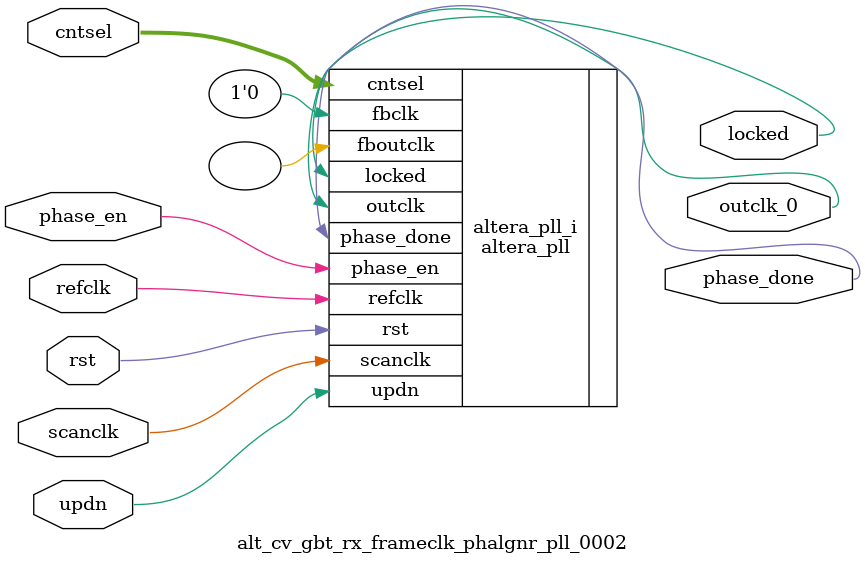
<source format=v>
`timescale 1ns/10ps
module  alt_cv_gbt_rx_frameclk_phalgnr_pll_0002(

	// interface 'refclk'
	input wire refclk,

	// interface 'reset'
	input wire rst,

	// interface 'outclk0'
	output wire outclk_0,

	// interface 'locked'
	output wire locked,

	// interface 'phase_en'
	input wire phase_en,

	// interface 'scanclk'
	input wire scanclk,

	// interface 'updn'
	input wire updn,

	// interface 'cntsel'
	input wire [4:0] cntsel,

	// interface 'phase_done'
	output wire phase_done
);

	altera_pll #(
		.fractional_vco_multiplier("false"),
		.reference_clock_frequency("120.0 MHz"),
		.pll_fractional_cout(32),
		.pll_dsm_out_sel("1st_order"),
		.operation_mode("normal"),
		.number_of_clocks(1),
		.output_clock_frequency0("40.000000 MHz"),
		.phase_shift0("0 ps"),
		.duty_cycle0(50),
		.output_clock_frequency1("0 MHz"),
		.phase_shift1("0 ps"),
		.duty_cycle1(50),
		.output_clock_frequency2("0 MHz"),
		.phase_shift2("0 ps"),
		.duty_cycle2(50),
		.output_clock_frequency3("0 MHz"),
		.phase_shift3("0 ps"),
		.duty_cycle3(50),
		.output_clock_frequency4("0 MHz"),
		.phase_shift4("0 ps"),
		.duty_cycle4(50),
		.output_clock_frequency5("0 MHz"),
		.phase_shift5("0 ps"),
		.duty_cycle5(50),
		.output_clock_frequency6("0 MHz"),
		.phase_shift6("0 ps"),
		.duty_cycle6(50),
		.output_clock_frequency7("0 MHz"),
		.phase_shift7("0 ps"),
		.duty_cycle7(50),
		.output_clock_frequency8("0 MHz"),
		.phase_shift8("0 ps"),
		.duty_cycle8(50),
		.output_clock_frequency9("0 MHz"),
		.phase_shift9("0 ps"),
		.duty_cycle9(50),
		.output_clock_frequency10("0 MHz"),
		.phase_shift10("0 ps"),
		.duty_cycle10(50),
		.output_clock_frequency11("0 MHz"),
		.phase_shift11("0 ps"),
		.duty_cycle11(50),
		.output_clock_frequency12("0 MHz"),
		.phase_shift12("0 ps"),
		.duty_cycle12(50),
		.output_clock_frequency13("0 MHz"),
		.phase_shift13("0 ps"),
		.duty_cycle13(50),
		.output_clock_frequency14("0 MHz"),
		.phase_shift14("0 ps"),
		.duty_cycle14(50),
		.output_clock_frequency15("0 MHz"),
		.phase_shift15("0 ps"),
		.duty_cycle15(50),
		.output_clock_frequency16("0 MHz"),
		.phase_shift16("0 ps"),
		.duty_cycle16(50),
		.output_clock_frequency17("0 MHz"),
		.phase_shift17("0 ps"),
		.duty_cycle17(50),
		.pll_type("Cyclone V"),
		.pll_subtype("DPS"),
		.m_cnt_hi_div(3),
		.m_cnt_lo_div(3),
		.n_cnt_hi_div(256),
		.n_cnt_lo_div(256),
		.m_cnt_bypass_en("false"),
		.n_cnt_bypass_en("true"),
		.m_cnt_odd_div_duty_en("false"),
		.n_cnt_odd_div_duty_en("false"),
		.c_cnt_hi_div0(9),
		.c_cnt_lo_div0(9),
		.c_cnt_prst0(1),
		.c_cnt_ph_mux_prst0(0),
		.c_cnt_in_src0("ph_mux_clk"),
		.c_cnt_bypass_en0("false"),
		.c_cnt_odd_div_duty_en0("false"),
		.c_cnt_hi_div1(1),
		.c_cnt_lo_div1(1),
		.c_cnt_prst1(1),
		.c_cnt_ph_mux_prst1(0),
		.c_cnt_in_src1("ph_mux_clk"),
		.c_cnt_bypass_en1("true"),
		.c_cnt_odd_div_duty_en1("false"),
		.c_cnt_hi_div2(1),
		.c_cnt_lo_div2(1),
		.c_cnt_prst2(1),
		.c_cnt_ph_mux_prst2(0),
		.c_cnt_in_src2("ph_mux_clk"),
		.c_cnt_bypass_en2("true"),
		.c_cnt_odd_div_duty_en2("false"),
		.c_cnt_hi_div3(1),
		.c_cnt_lo_div3(1),
		.c_cnt_prst3(1),
		.c_cnt_ph_mux_prst3(0),
		.c_cnt_in_src3("ph_mux_clk"),
		.c_cnt_bypass_en3("true"),
		.c_cnt_odd_div_duty_en3("false"),
		.c_cnt_hi_div4(1),
		.c_cnt_lo_div4(1),
		.c_cnt_prst4(1),
		.c_cnt_ph_mux_prst4(0),
		.c_cnt_in_src4("ph_mux_clk"),
		.c_cnt_bypass_en4("true"),
		.c_cnt_odd_div_duty_en4("false"),
		.c_cnt_hi_div5(1),
		.c_cnt_lo_div5(1),
		.c_cnt_prst5(1),
		.c_cnt_ph_mux_prst5(0),
		.c_cnt_in_src5("ph_mux_clk"),
		.c_cnt_bypass_en5("true"),
		.c_cnt_odd_div_duty_en5("false"),
		.c_cnt_hi_div6(1),
		.c_cnt_lo_div6(1),
		.c_cnt_prst6(1),
		.c_cnt_ph_mux_prst6(0),
		.c_cnt_in_src6("ph_mux_clk"),
		.c_cnt_bypass_en6("true"),
		.c_cnt_odd_div_duty_en6("false"),
		.c_cnt_hi_div7(1),
		.c_cnt_lo_div7(1),
		.c_cnt_prst7(1),
		.c_cnt_ph_mux_prst7(0),
		.c_cnt_in_src7("ph_mux_clk"),
		.c_cnt_bypass_en7("true"),
		.c_cnt_odd_div_duty_en7("false"),
		.c_cnt_hi_div8(1),
		.c_cnt_lo_div8(1),
		.c_cnt_prst8(1),
		.c_cnt_ph_mux_prst8(0),
		.c_cnt_in_src8("ph_mux_clk"),
		.c_cnt_bypass_en8("true"),
		.c_cnt_odd_div_duty_en8("false"),
		.c_cnt_hi_div9(1),
		.c_cnt_lo_div9(1),
		.c_cnt_prst9(1),
		.c_cnt_ph_mux_prst9(0),
		.c_cnt_in_src9("ph_mux_clk"),
		.c_cnt_bypass_en9("true"),
		.c_cnt_odd_div_duty_en9("false"),
		.c_cnt_hi_div10(1),
		.c_cnt_lo_div10(1),
		.c_cnt_prst10(1),
		.c_cnt_ph_mux_prst10(0),
		.c_cnt_in_src10("ph_mux_clk"),
		.c_cnt_bypass_en10("true"),
		.c_cnt_odd_div_duty_en10("false"),
		.c_cnt_hi_div11(1),
		.c_cnt_lo_div11(1),
		.c_cnt_prst11(1),
		.c_cnt_ph_mux_prst11(0),
		.c_cnt_in_src11("ph_mux_clk"),
		.c_cnt_bypass_en11("true"),
		.c_cnt_odd_div_duty_en11("false"),
		.c_cnt_hi_div12(1),
		.c_cnt_lo_div12(1),
		.c_cnt_prst12(1),
		.c_cnt_ph_mux_prst12(0),
		.c_cnt_in_src12("ph_mux_clk"),
		.c_cnt_bypass_en12("true"),
		.c_cnt_odd_div_duty_en12("false"),
		.c_cnt_hi_div13(1),
		.c_cnt_lo_div13(1),
		.c_cnt_prst13(1),
		.c_cnt_ph_mux_prst13(0),
		.c_cnt_in_src13("ph_mux_clk"),
		.c_cnt_bypass_en13("true"),
		.c_cnt_odd_div_duty_en13("false"),
		.c_cnt_hi_div14(1),
		.c_cnt_lo_div14(1),
		.c_cnt_prst14(1),
		.c_cnt_ph_mux_prst14(0),
		.c_cnt_in_src14("ph_mux_clk"),
		.c_cnt_bypass_en14("true"),
		.c_cnt_odd_div_duty_en14("false"),
		.c_cnt_hi_div15(1),
		.c_cnt_lo_div15(1),
		.c_cnt_prst15(1),
		.c_cnt_ph_mux_prst15(0),
		.c_cnt_in_src15("ph_mux_clk"),
		.c_cnt_bypass_en15("true"),
		.c_cnt_odd_div_duty_en15("false"),
		.c_cnt_hi_div16(1),
		.c_cnt_lo_div16(1),
		.c_cnt_prst16(1),
		.c_cnt_ph_mux_prst16(0),
		.c_cnt_in_src16("ph_mux_clk"),
		.c_cnt_bypass_en16("true"),
		.c_cnt_odd_div_duty_en16("false"),
		.c_cnt_hi_div17(1),
		.c_cnt_lo_div17(1),
		.c_cnt_prst17(1),
		.c_cnt_ph_mux_prst17(0),
		.c_cnt_in_src17("ph_mux_clk"),
		.c_cnt_bypass_en17("true"),
		.c_cnt_odd_div_duty_en17("false"),
		.pll_vco_div(1),
		.pll_cp_current(20),
		.pll_bwctrl(2000),
		.pll_output_clk_frequency("720.0 MHz"),
		.pll_fractional_division("1"),
		.mimic_fbclk_type("qclk"),
		.pll_fbclk_mux_1("glb"),
		.pll_fbclk_mux_2("fb_1"),
		.pll_m_cnt_in_src("ph_mux_clk")
	) altera_pll_i (
		.rst	(rst),
		.cntsel	(cntsel),
		.outclk	({outclk_0}),
		.locked	(locked),
		.phase_done	(phase_done),
		.fboutclk	( ),
		.fbclk	(1'b0),
		.refclk	(refclk),
		.phase_en	(phase_en),
		.scanclk	(scanclk),
		.updn	(updn)
	);
endmodule


</source>
